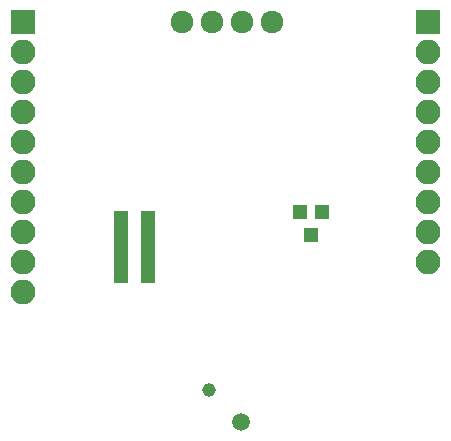
<source format=gbr>
G04 #@! TF.FileFunction,Soldermask,Bot*
%FSLAX46Y46*%
G04 Gerber Fmt 4.6, Leading zero omitted, Abs format (unit mm)*
G04 Created by KiCad (PCBNEW 4.0.7) date 08/30/18 10:37:52*
%MOMM*%
%LPD*%
G01*
G04 APERTURE LIST*
%ADD10C,0.100000*%
%ADD11R,1.200000X1.300000*%
%ADD12R,1.200000X0.600000*%
%ADD13R,1.200000X0.800000*%
%ADD14R,2.100000X2.100000*%
%ADD15O,2.100000X2.100000*%
%ADD16C,1.924000*%
%ADD17C,1.160000*%
%ADD18C,1.500000*%
G04 APERTURE END LIST*
D10*
D11*
X130114000Y-71898000D03*
X132014000Y-71898000D03*
X131064000Y-73898000D03*
D12*
X114928000Y-72730000D03*
X114928000Y-73130000D03*
X114928000Y-73530000D03*
X114928000Y-73930000D03*
X114928000Y-74330000D03*
X114928000Y-74730000D03*
X114928000Y-75130000D03*
X114928000Y-75530000D03*
X114928000Y-75930000D03*
X114928000Y-76330000D03*
X114928000Y-76730000D03*
X114928000Y-77130000D03*
X117228000Y-77130000D03*
X117228000Y-76730000D03*
X117228000Y-76330000D03*
X117228000Y-75930000D03*
X117228000Y-75530000D03*
X117228000Y-75130000D03*
X117228000Y-74730000D03*
X117228000Y-74330000D03*
X117228000Y-73930000D03*
X117228000Y-73530000D03*
X117228000Y-73130000D03*
X117228000Y-72730000D03*
D13*
X114928000Y-72230000D03*
X114928000Y-77630000D03*
X117228000Y-77630000D03*
X117228000Y-72230000D03*
D14*
X140970000Y-55880000D03*
D15*
X140970000Y-58420000D03*
X140970000Y-60960000D03*
X140970000Y-63500000D03*
X140970000Y-66040000D03*
X140970000Y-68580000D03*
X140970000Y-71120000D03*
X140970000Y-73660000D03*
X140970000Y-76200000D03*
D14*
X106680000Y-55880000D03*
D15*
X106680000Y-58420000D03*
X106680000Y-60960000D03*
X106680000Y-63500000D03*
X106680000Y-66040000D03*
X106680000Y-68580000D03*
X106680000Y-71120000D03*
X106680000Y-73660000D03*
X106680000Y-76200000D03*
X106680000Y-78740000D03*
D16*
X120142000Y-55880000D03*
X122682000Y-55880000D03*
X125222000Y-55880000D03*
X127762000Y-55880000D03*
D17*
X122405204Y-86994796D03*
D18*
X125092210Y-89681802D03*
M02*

</source>
